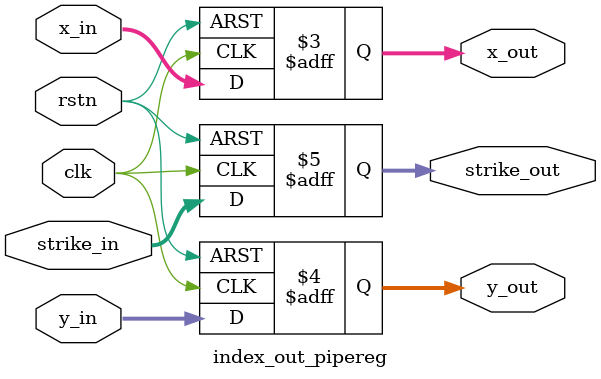
<source format=v>

`timescale 1ns / 100ps

module index_out_pipereg (
    // input signals
    input               clk,
    input               rstn,
    input [7 : 0]       x_in,
    input [7 : 0]       y_in,
    input [3 : 0]       strike_in,

    // output signals
    output reg [7 : 0]  x_out,
    output reg [7 : 0]  y_out,
    output reg [3 : 0]  strike_out
);

    always @(posedge clk or negedge rstn) begin
        if(~rstn) begin
            x_out <= 0;
            y_out <= 0;
            strike_out <= 0;
        end
        else begin
            x_out <= x_in;
            y_out <= y_in;
            strike_out <= strike_in;
        end
    end
    
endmodule
</source>
